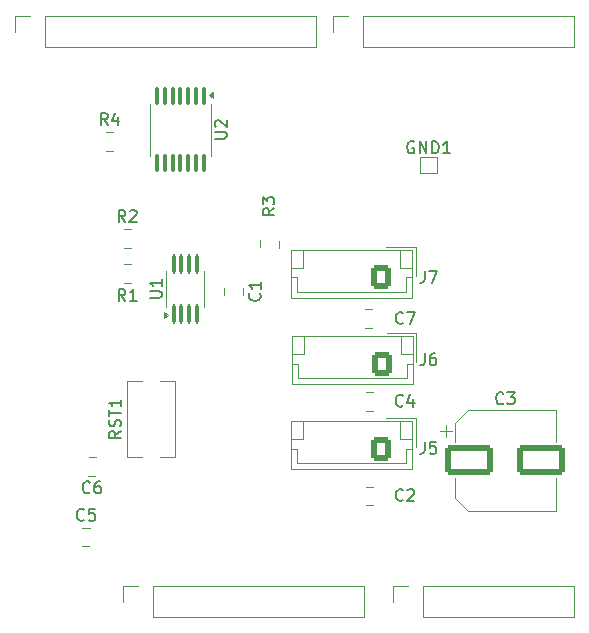
<source format=gto>
G04 #@! TF.GenerationSoftware,KiCad,Pcbnew,8.0.7-8.0.7-0~ubuntu24.04.1*
G04 #@! TF.CreationDate,2025-01-16T01:19:07-05:00*
G04 #@! TF.ProjectId,tophat,746f7068-6174-42e6-9b69-6361645f7063,rev?*
G04 #@! TF.SameCoordinates,Original*
G04 #@! TF.FileFunction,Legend,Top*
G04 #@! TF.FilePolarity,Positive*
%FSLAX46Y46*%
G04 Gerber Fmt 4.6, Leading zero omitted, Abs format (unit mm)*
G04 Created by KiCad (PCBNEW 8.0.7-8.0.7-0~ubuntu24.04.1) date 2025-01-16 01:19:07*
%MOMM*%
%LPD*%
G01*
G04 APERTURE LIST*
G04 Aperture macros list*
%AMRoundRect*
0 Rectangle with rounded corners*
0 $1 Rounding radius*
0 $2 $3 $4 $5 $6 $7 $8 $9 X,Y pos of 4 corners*
0 Add a 4 corners polygon primitive as box body*
4,1,4,$2,$3,$4,$5,$6,$7,$8,$9,$2,$3,0*
0 Add four circle primitives for the rounded corners*
1,1,$1+$1,$2,$3*
1,1,$1+$1,$4,$5*
1,1,$1+$1,$6,$7*
1,1,$1+$1,$8,$9*
0 Add four rect primitives between the rounded corners*
20,1,$1+$1,$2,$3,$4,$5,0*
20,1,$1+$1,$4,$5,$6,$7,0*
20,1,$1+$1,$6,$7,$8,$9,0*
20,1,$1+$1,$8,$9,$2,$3,0*%
G04 Aperture macros list end*
%ADD10C,0.150000*%
%ADD11C,0.120000*%
%ADD12RoundRect,0.100000X0.100000X-0.712500X0.100000X0.712500X-0.100000X0.712500X-0.100000X-0.712500X0*%
%ADD13R,1.700000X1.700000*%
%ADD14O,1.700000X1.700000*%
%ADD15RoundRect,0.100000X-0.100000X0.637500X-0.100000X-0.637500X0.100000X-0.637500X0.100000X0.637500X0*%
%ADD16R,1.200000X1.200000*%
%ADD17RoundRect,0.250000X0.600000X0.725000X-0.600000X0.725000X-0.600000X-0.725000X0.600000X-0.725000X0*%
%ADD18O,1.700000X1.950000*%
%ADD19R,1.000000X1.000000*%
%ADD20C,3.200000*%
%ADD21RoundRect,0.250000X-1.750000X-1.000000X1.750000X-1.000000X1.750000X1.000000X-1.750000X1.000000X0*%
%ADD22R,1.000000X1.250000*%
G04 APERTURE END LIST*
D10*
X128901132Y-71761904D02*
X129710655Y-71761904D01*
X129710655Y-71761904D02*
X129805893Y-71714285D01*
X129805893Y-71714285D02*
X129853513Y-71666666D01*
X129853513Y-71666666D02*
X129901132Y-71571428D01*
X129901132Y-71571428D02*
X129901132Y-71380952D01*
X129901132Y-71380952D02*
X129853513Y-71285714D01*
X129853513Y-71285714D02*
X129805893Y-71238095D01*
X129805893Y-71238095D02*
X129710655Y-71190476D01*
X129710655Y-71190476D02*
X128901132Y-71190476D01*
X129901132Y-70190476D02*
X129901132Y-70761904D01*
X129901132Y-70476190D02*
X128901132Y-70476190D01*
X128901132Y-70476190D02*
X129043989Y-70571428D01*
X129043989Y-70571428D02*
X129139227Y-70666666D01*
X129139227Y-70666666D02*
X129186846Y-70761904D01*
X134404819Y-58261904D02*
X135214342Y-58261904D01*
X135214342Y-58261904D02*
X135309580Y-58214285D01*
X135309580Y-58214285D02*
X135357200Y-58166666D01*
X135357200Y-58166666D02*
X135404819Y-58071428D01*
X135404819Y-58071428D02*
X135404819Y-57880952D01*
X135404819Y-57880952D02*
X135357200Y-57785714D01*
X135357200Y-57785714D02*
X135309580Y-57738095D01*
X135309580Y-57738095D02*
X135214342Y-57690476D01*
X135214342Y-57690476D02*
X134404819Y-57690476D01*
X134500057Y-57261904D02*
X134452438Y-57214285D01*
X134452438Y-57214285D02*
X134404819Y-57119047D01*
X134404819Y-57119047D02*
X134404819Y-56880952D01*
X134404819Y-56880952D02*
X134452438Y-56785714D01*
X134452438Y-56785714D02*
X134500057Y-56738095D01*
X134500057Y-56738095D02*
X134595295Y-56690476D01*
X134595295Y-56690476D02*
X134690533Y-56690476D01*
X134690533Y-56690476D02*
X134833390Y-56738095D01*
X134833390Y-56738095D02*
X135404819Y-57309523D01*
X135404819Y-57309523D02*
X135404819Y-56690476D01*
X139454819Y-64166666D02*
X138978628Y-64499999D01*
X139454819Y-64738094D02*
X138454819Y-64738094D01*
X138454819Y-64738094D02*
X138454819Y-64357142D01*
X138454819Y-64357142D02*
X138502438Y-64261904D01*
X138502438Y-64261904D02*
X138550057Y-64214285D01*
X138550057Y-64214285D02*
X138645295Y-64166666D01*
X138645295Y-64166666D02*
X138788152Y-64166666D01*
X138788152Y-64166666D02*
X138883390Y-64214285D01*
X138883390Y-64214285D02*
X138931009Y-64261904D01*
X138931009Y-64261904D02*
X138978628Y-64357142D01*
X138978628Y-64357142D02*
X138978628Y-64738094D01*
X138454819Y-63833332D02*
X138454819Y-63214285D01*
X138454819Y-63214285D02*
X138835771Y-63547618D01*
X138835771Y-63547618D02*
X138835771Y-63404761D01*
X138835771Y-63404761D02*
X138883390Y-63309523D01*
X138883390Y-63309523D02*
X138931009Y-63261904D01*
X138931009Y-63261904D02*
X139026247Y-63214285D01*
X139026247Y-63214285D02*
X139264342Y-63214285D01*
X139264342Y-63214285D02*
X139359580Y-63261904D01*
X139359580Y-63261904D02*
X139407200Y-63309523D01*
X139407200Y-63309523D02*
X139454819Y-63404761D01*
X139454819Y-63404761D02*
X139454819Y-63690475D01*
X139454819Y-63690475D02*
X139407200Y-63785713D01*
X139407200Y-63785713D02*
X139359580Y-63833332D01*
X123333333Y-90519580D02*
X123285714Y-90567200D01*
X123285714Y-90567200D02*
X123142857Y-90614819D01*
X123142857Y-90614819D02*
X123047619Y-90614819D01*
X123047619Y-90614819D02*
X122904762Y-90567200D01*
X122904762Y-90567200D02*
X122809524Y-90471961D01*
X122809524Y-90471961D02*
X122761905Y-90376723D01*
X122761905Y-90376723D02*
X122714286Y-90186247D01*
X122714286Y-90186247D02*
X122714286Y-90043390D01*
X122714286Y-90043390D02*
X122761905Y-89852914D01*
X122761905Y-89852914D02*
X122809524Y-89757676D01*
X122809524Y-89757676D02*
X122904762Y-89662438D01*
X122904762Y-89662438D02*
X123047619Y-89614819D01*
X123047619Y-89614819D02*
X123142857Y-89614819D01*
X123142857Y-89614819D02*
X123285714Y-89662438D01*
X123285714Y-89662438D02*
X123333333Y-89710057D01*
X124238095Y-89614819D02*
X123761905Y-89614819D01*
X123761905Y-89614819D02*
X123714286Y-90091009D01*
X123714286Y-90091009D02*
X123761905Y-90043390D01*
X123761905Y-90043390D02*
X123857143Y-89995771D01*
X123857143Y-89995771D02*
X124095238Y-89995771D01*
X124095238Y-89995771D02*
X124190476Y-90043390D01*
X124190476Y-90043390D02*
X124238095Y-90091009D01*
X124238095Y-90091009D02*
X124285714Y-90186247D01*
X124285714Y-90186247D02*
X124285714Y-90424342D01*
X124285714Y-90424342D02*
X124238095Y-90519580D01*
X124238095Y-90519580D02*
X124190476Y-90567200D01*
X124190476Y-90567200D02*
X124095238Y-90614819D01*
X124095238Y-90614819D02*
X123857143Y-90614819D01*
X123857143Y-90614819D02*
X123761905Y-90567200D01*
X123761905Y-90567200D02*
X123714286Y-90519580D01*
X152166666Y-69454819D02*
X152166666Y-70169104D01*
X152166666Y-70169104D02*
X152119047Y-70311961D01*
X152119047Y-70311961D02*
X152023809Y-70407200D01*
X152023809Y-70407200D02*
X151880952Y-70454819D01*
X151880952Y-70454819D02*
X151785714Y-70454819D01*
X152547619Y-69454819D02*
X153214285Y-69454819D01*
X153214285Y-69454819D02*
X152785714Y-70454819D01*
X126833333Y-71998483D02*
X126500000Y-71522292D01*
X126261905Y-71998483D02*
X126261905Y-70998483D01*
X126261905Y-70998483D02*
X126642857Y-70998483D01*
X126642857Y-70998483D02*
X126738095Y-71046102D01*
X126738095Y-71046102D02*
X126785714Y-71093721D01*
X126785714Y-71093721D02*
X126833333Y-71188959D01*
X126833333Y-71188959D02*
X126833333Y-71331816D01*
X126833333Y-71331816D02*
X126785714Y-71427054D01*
X126785714Y-71427054D02*
X126738095Y-71474673D01*
X126738095Y-71474673D02*
X126642857Y-71522292D01*
X126642857Y-71522292D02*
X126261905Y-71522292D01*
X127785714Y-71998483D02*
X127214286Y-71998483D01*
X127500000Y-71998483D02*
X127500000Y-70998483D01*
X127500000Y-70998483D02*
X127404762Y-71141340D01*
X127404762Y-71141340D02*
X127309524Y-71236578D01*
X127309524Y-71236578D02*
X127214286Y-71284197D01*
X150333333Y-88859580D02*
X150285714Y-88907200D01*
X150285714Y-88907200D02*
X150142857Y-88954819D01*
X150142857Y-88954819D02*
X150047619Y-88954819D01*
X150047619Y-88954819D02*
X149904762Y-88907200D01*
X149904762Y-88907200D02*
X149809524Y-88811961D01*
X149809524Y-88811961D02*
X149761905Y-88716723D01*
X149761905Y-88716723D02*
X149714286Y-88526247D01*
X149714286Y-88526247D02*
X149714286Y-88383390D01*
X149714286Y-88383390D02*
X149761905Y-88192914D01*
X149761905Y-88192914D02*
X149809524Y-88097676D01*
X149809524Y-88097676D02*
X149904762Y-88002438D01*
X149904762Y-88002438D02*
X150047619Y-87954819D01*
X150047619Y-87954819D02*
X150142857Y-87954819D01*
X150142857Y-87954819D02*
X150285714Y-88002438D01*
X150285714Y-88002438D02*
X150333333Y-88050057D01*
X150714286Y-88050057D02*
X150761905Y-88002438D01*
X150761905Y-88002438D02*
X150857143Y-87954819D01*
X150857143Y-87954819D02*
X151095238Y-87954819D01*
X151095238Y-87954819D02*
X151190476Y-88002438D01*
X151190476Y-88002438D02*
X151238095Y-88050057D01*
X151238095Y-88050057D02*
X151285714Y-88145295D01*
X151285714Y-88145295D02*
X151285714Y-88240533D01*
X151285714Y-88240533D02*
X151238095Y-88383390D01*
X151238095Y-88383390D02*
X150666667Y-88954819D01*
X150666667Y-88954819D02*
X151285714Y-88954819D01*
X151261904Y-58554438D02*
X151166666Y-58506819D01*
X151166666Y-58506819D02*
X151023809Y-58506819D01*
X151023809Y-58506819D02*
X150880952Y-58554438D01*
X150880952Y-58554438D02*
X150785714Y-58649676D01*
X150785714Y-58649676D02*
X150738095Y-58744914D01*
X150738095Y-58744914D02*
X150690476Y-58935390D01*
X150690476Y-58935390D02*
X150690476Y-59078247D01*
X150690476Y-59078247D02*
X150738095Y-59268723D01*
X150738095Y-59268723D02*
X150785714Y-59363961D01*
X150785714Y-59363961D02*
X150880952Y-59459200D01*
X150880952Y-59459200D02*
X151023809Y-59506819D01*
X151023809Y-59506819D02*
X151119047Y-59506819D01*
X151119047Y-59506819D02*
X151261904Y-59459200D01*
X151261904Y-59459200D02*
X151309523Y-59411580D01*
X151309523Y-59411580D02*
X151309523Y-59078247D01*
X151309523Y-59078247D02*
X151119047Y-59078247D01*
X151738095Y-59506819D02*
X151738095Y-58506819D01*
X151738095Y-58506819D02*
X152309523Y-59506819D01*
X152309523Y-59506819D02*
X152309523Y-58506819D01*
X152785714Y-59506819D02*
X152785714Y-58506819D01*
X152785714Y-58506819D02*
X153023809Y-58506819D01*
X153023809Y-58506819D02*
X153166666Y-58554438D01*
X153166666Y-58554438D02*
X153261904Y-58649676D01*
X153261904Y-58649676D02*
X153309523Y-58744914D01*
X153309523Y-58744914D02*
X153357142Y-58935390D01*
X153357142Y-58935390D02*
X153357142Y-59078247D01*
X153357142Y-59078247D02*
X153309523Y-59268723D01*
X153309523Y-59268723D02*
X153261904Y-59363961D01*
X153261904Y-59363961D02*
X153166666Y-59459200D01*
X153166666Y-59459200D02*
X153023809Y-59506819D01*
X153023809Y-59506819D02*
X152785714Y-59506819D01*
X154309523Y-59506819D02*
X153738095Y-59506819D01*
X154023809Y-59506819D02*
X154023809Y-58506819D01*
X154023809Y-58506819D02*
X153928571Y-58649676D01*
X153928571Y-58649676D02*
X153833333Y-58744914D01*
X153833333Y-58744914D02*
X153738095Y-58792533D01*
X158833333Y-80659580D02*
X158785714Y-80707200D01*
X158785714Y-80707200D02*
X158642857Y-80754819D01*
X158642857Y-80754819D02*
X158547619Y-80754819D01*
X158547619Y-80754819D02*
X158404762Y-80707200D01*
X158404762Y-80707200D02*
X158309524Y-80611961D01*
X158309524Y-80611961D02*
X158261905Y-80516723D01*
X158261905Y-80516723D02*
X158214286Y-80326247D01*
X158214286Y-80326247D02*
X158214286Y-80183390D01*
X158214286Y-80183390D02*
X158261905Y-79992914D01*
X158261905Y-79992914D02*
X158309524Y-79897676D01*
X158309524Y-79897676D02*
X158404762Y-79802438D01*
X158404762Y-79802438D02*
X158547619Y-79754819D01*
X158547619Y-79754819D02*
X158642857Y-79754819D01*
X158642857Y-79754819D02*
X158785714Y-79802438D01*
X158785714Y-79802438D02*
X158833333Y-79850057D01*
X159166667Y-79754819D02*
X159785714Y-79754819D01*
X159785714Y-79754819D02*
X159452381Y-80135771D01*
X159452381Y-80135771D02*
X159595238Y-80135771D01*
X159595238Y-80135771D02*
X159690476Y-80183390D01*
X159690476Y-80183390D02*
X159738095Y-80231009D01*
X159738095Y-80231009D02*
X159785714Y-80326247D01*
X159785714Y-80326247D02*
X159785714Y-80564342D01*
X159785714Y-80564342D02*
X159738095Y-80659580D01*
X159738095Y-80659580D02*
X159690476Y-80707200D01*
X159690476Y-80707200D02*
X159595238Y-80754819D01*
X159595238Y-80754819D02*
X159309524Y-80754819D01*
X159309524Y-80754819D02*
X159214286Y-80707200D01*
X159214286Y-80707200D02*
X159166667Y-80659580D01*
X152166666Y-83954819D02*
X152166666Y-84669104D01*
X152166666Y-84669104D02*
X152119047Y-84811961D01*
X152119047Y-84811961D02*
X152023809Y-84907200D01*
X152023809Y-84907200D02*
X151880952Y-84954819D01*
X151880952Y-84954819D02*
X151785714Y-84954819D01*
X153119047Y-83954819D02*
X152642857Y-83954819D01*
X152642857Y-83954819D02*
X152595238Y-84431009D01*
X152595238Y-84431009D02*
X152642857Y-84383390D01*
X152642857Y-84383390D02*
X152738095Y-84335771D01*
X152738095Y-84335771D02*
X152976190Y-84335771D01*
X152976190Y-84335771D02*
X153071428Y-84383390D01*
X153071428Y-84383390D02*
X153119047Y-84431009D01*
X153119047Y-84431009D02*
X153166666Y-84526247D01*
X153166666Y-84526247D02*
X153166666Y-84764342D01*
X153166666Y-84764342D02*
X153119047Y-84859580D01*
X153119047Y-84859580D02*
X153071428Y-84907200D01*
X153071428Y-84907200D02*
X152976190Y-84954819D01*
X152976190Y-84954819D02*
X152738095Y-84954819D01*
X152738095Y-84954819D02*
X152642857Y-84907200D01*
X152642857Y-84907200D02*
X152595238Y-84859580D01*
X138199580Y-71370330D02*
X138247200Y-71417949D01*
X138247200Y-71417949D02*
X138294819Y-71560806D01*
X138294819Y-71560806D02*
X138294819Y-71656044D01*
X138294819Y-71656044D02*
X138247200Y-71798901D01*
X138247200Y-71798901D02*
X138151961Y-71894139D01*
X138151961Y-71894139D02*
X138056723Y-71941758D01*
X138056723Y-71941758D02*
X137866247Y-71989377D01*
X137866247Y-71989377D02*
X137723390Y-71989377D01*
X137723390Y-71989377D02*
X137532914Y-71941758D01*
X137532914Y-71941758D02*
X137437676Y-71894139D01*
X137437676Y-71894139D02*
X137342438Y-71798901D01*
X137342438Y-71798901D02*
X137294819Y-71656044D01*
X137294819Y-71656044D02*
X137294819Y-71560806D01*
X137294819Y-71560806D02*
X137342438Y-71417949D01*
X137342438Y-71417949D02*
X137390057Y-71370330D01*
X138294819Y-70417949D02*
X138294819Y-70989377D01*
X138294819Y-70703663D02*
X137294819Y-70703663D01*
X137294819Y-70703663D02*
X137437676Y-70798901D01*
X137437676Y-70798901D02*
X137532914Y-70894139D01*
X137532914Y-70894139D02*
X137580533Y-70989377D01*
X126454819Y-83023809D02*
X125978628Y-83357142D01*
X126454819Y-83595237D02*
X125454819Y-83595237D01*
X125454819Y-83595237D02*
X125454819Y-83214285D01*
X125454819Y-83214285D02*
X125502438Y-83119047D01*
X125502438Y-83119047D02*
X125550057Y-83071428D01*
X125550057Y-83071428D02*
X125645295Y-83023809D01*
X125645295Y-83023809D02*
X125788152Y-83023809D01*
X125788152Y-83023809D02*
X125883390Y-83071428D01*
X125883390Y-83071428D02*
X125931009Y-83119047D01*
X125931009Y-83119047D02*
X125978628Y-83214285D01*
X125978628Y-83214285D02*
X125978628Y-83595237D01*
X126407200Y-82642856D02*
X126454819Y-82499999D01*
X126454819Y-82499999D02*
X126454819Y-82261904D01*
X126454819Y-82261904D02*
X126407200Y-82166666D01*
X126407200Y-82166666D02*
X126359580Y-82119047D01*
X126359580Y-82119047D02*
X126264342Y-82071428D01*
X126264342Y-82071428D02*
X126169104Y-82071428D01*
X126169104Y-82071428D02*
X126073866Y-82119047D01*
X126073866Y-82119047D02*
X126026247Y-82166666D01*
X126026247Y-82166666D02*
X125978628Y-82261904D01*
X125978628Y-82261904D02*
X125931009Y-82452380D01*
X125931009Y-82452380D02*
X125883390Y-82547618D01*
X125883390Y-82547618D02*
X125835771Y-82595237D01*
X125835771Y-82595237D02*
X125740533Y-82642856D01*
X125740533Y-82642856D02*
X125645295Y-82642856D01*
X125645295Y-82642856D02*
X125550057Y-82595237D01*
X125550057Y-82595237D02*
X125502438Y-82547618D01*
X125502438Y-82547618D02*
X125454819Y-82452380D01*
X125454819Y-82452380D02*
X125454819Y-82214285D01*
X125454819Y-82214285D02*
X125502438Y-82071428D01*
X125454819Y-81785713D02*
X125454819Y-81214285D01*
X126454819Y-81499999D02*
X125454819Y-81499999D01*
X126454819Y-80357142D02*
X126454819Y-80928570D01*
X126454819Y-80642856D02*
X125454819Y-80642856D01*
X125454819Y-80642856D02*
X125597676Y-80738094D01*
X125597676Y-80738094D02*
X125692914Y-80833332D01*
X125692914Y-80833332D02*
X125740533Y-80928570D01*
X125333333Y-57114819D02*
X125000000Y-56638628D01*
X124761905Y-57114819D02*
X124761905Y-56114819D01*
X124761905Y-56114819D02*
X125142857Y-56114819D01*
X125142857Y-56114819D02*
X125238095Y-56162438D01*
X125238095Y-56162438D02*
X125285714Y-56210057D01*
X125285714Y-56210057D02*
X125333333Y-56305295D01*
X125333333Y-56305295D02*
X125333333Y-56448152D01*
X125333333Y-56448152D02*
X125285714Y-56543390D01*
X125285714Y-56543390D02*
X125238095Y-56591009D01*
X125238095Y-56591009D02*
X125142857Y-56638628D01*
X125142857Y-56638628D02*
X124761905Y-56638628D01*
X126190476Y-56448152D02*
X126190476Y-57114819D01*
X125952381Y-56067200D02*
X125714286Y-56781485D01*
X125714286Y-56781485D02*
X126333333Y-56781485D01*
X150333333Y-80859580D02*
X150285714Y-80907200D01*
X150285714Y-80907200D02*
X150142857Y-80954819D01*
X150142857Y-80954819D02*
X150047619Y-80954819D01*
X150047619Y-80954819D02*
X149904762Y-80907200D01*
X149904762Y-80907200D02*
X149809524Y-80811961D01*
X149809524Y-80811961D02*
X149761905Y-80716723D01*
X149761905Y-80716723D02*
X149714286Y-80526247D01*
X149714286Y-80526247D02*
X149714286Y-80383390D01*
X149714286Y-80383390D02*
X149761905Y-80192914D01*
X149761905Y-80192914D02*
X149809524Y-80097676D01*
X149809524Y-80097676D02*
X149904762Y-80002438D01*
X149904762Y-80002438D02*
X150047619Y-79954819D01*
X150047619Y-79954819D02*
X150142857Y-79954819D01*
X150142857Y-79954819D02*
X150285714Y-80002438D01*
X150285714Y-80002438D02*
X150333333Y-80050057D01*
X151190476Y-80288152D02*
X151190476Y-80954819D01*
X150952381Y-79907200D02*
X150714286Y-80621485D01*
X150714286Y-80621485D02*
X151333333Y-80621485D01*
X150333333Y-73859580D02*
X150285714Y-73907200D01*
X150285714Y-73907200D02*
X150142857Y-73954819D01*
X150142857Y-73954819D02*
X150047619Y-73954819D01*
X150047619Y-73954819D02*
X149904762Y-73907200D01*
X149904762Y-73907200D02*
X149809524Y-73811961D01*
X149809524Y-73811961D02*
X149761905Y-73716723D01*
X149761905Y-73716723D02*
X149714286Y-73526247D01*
X149714286Y-73526247D02*
X149714286Y-73383390D01*
X149714286Y-73383390D02*
X149761905Y-73192914D01*
X149761905Y-73192914D02*
X149809524Y-73097676D01*
X149809524Y-73097676D02*
X149904762Y-73002438D01*
X149904762Y-73002438D02*
X150047619Y-72954819D01*
X150047619Y-72954819D02*
X150142857Y-72954819D01*
X150142857Y-72954819D02*
X150285714Y-73002438D01*
X150285714Y-73002438D02*
X150333333Y-73050057D01*
X150666667Y-72954819D02*
X151333333Y-72954819D01*
X151333333Y-72954819D02*
X150904762Y-73954819D01*
X152166666Y-76454819D02*
X152166666Y-77169104D01*
X152166666Y-77169104D02*
X152119047Y-77311961D01*
X152119047Y-77311961D02*
X152023809Y-77407200D01*
X152023809Y-77407200D02*
X151880952Y-77454819D01*
X151880952Y-77454819D02*
X151785714Y-77454819D01*
X153071428Y-76454819D02*
X152880952Y-76454819D01*
X152880952Y-76454819D02*
X152785714Y-76502438D01*
X152785714Y-76502438D02*
X152738095Y-76550057D01*
X152738095Y-76550057D02*
X152642857Y-76692914D01*
X152642857Y-76692914D02*
X152595238Y-76883390D01*
X152595238Y-76883390D02*
X152595238Y-77264342D01*
X152595238Y-77264342D02*
X152642857Y-77359580D01*
X152642857Y-77359580D02*
X152690476Y-77407200D01*
X152690476Y-77407200D02*
X152785714Y-77454819D01*
X152785714Y-77454819D02*
X152976190Y-77454819D01*
X152976190Y-77454819D02*
X153071428Y-77407200D01*
X153071428Y-77407200D02*
X153119047Y-77359580D01*
X153119047Y-77359580D02*
X153166666Y-77264342D01*
X153166666Y-77264342D02*
X153166666Y-77026247D01*
X153166666Y-77026247D02*
X153119047Y-76931009D01*
X153119047Y-76931009D02*
X153071428Y-76883390D01*
X153071428Y-76883390D02*
X152976190Y-76835771D01*
X152976190Y-76835771D02*
X152785714Y-76835771D01*
X152785714Y-76835771D02*
X152690476Y-76883390D01*
X152690476Y-76883390D02*
X152642857Y-76931009D01*
X152642857Y-76931009D02*
X152595238Y-77026247D01*
X126833333Y-65318483D02*
X126500000Y-64842292D01*
X126261905Y-65318483D02*
X126261905Y-64318483D01*
X126261905Y-64318483D02*
X126642857Y-64318483D01*
X126642857Y-64318483D02*
X126738095Y-64366102D01*
X126738095Y-64366102D02*
X126785714Y-64413721D01*
X126785714Y-64413721D02*
X126833333Y-64508959D01*
X126833333Y-64508959D02*
X126833333Y-64651816D01*
X126833333Y-64651816D02*
X126785714Y-64747054D01*
X126785714Y-64747054D02*
X126738095Y-64794673D01*
X126738095Y-64794673D02*
X126642857Y-64842292D01*
X126642857Y-64842292D02*
X126261905Y-64842292D01*
X127214286Y-64413721D02*
X127261905Y-64366102D01*
X127261905Y-64366102D02*
X127357143Y-64318483D01*
X127357143Y-64318483D02*
X127595238Y-64318483D01*
X127595238Y-64318483D02*
X127690476Y-64366102D01*
X127690476Y-64366102D02*
X127738095Y-64413721D01*
X127738095Y-64413721D02*
X127785714Y-64508959D01*
X127785714Y-64508959D02*
X127785714Y-64604197D01*
X127785714Y-64604197D02*
X127738095Y-64747054D01*
X127738095Y-64747054D02*
X127166667Y-65318483D01*
X127166667Y-65318483D02*
X127785714Y-65318483D01*
X123833333Y-88199580D02*
X123785714Y-88247200D01*
X123785714Y-88247200D02*
X123642857Y-88294819D01*
X123642857Y-88294819D02*
X123547619Y-88294819D01*
X123547619Y-88294819D02*
X123404762Y-88247200D01*
X123404762Y-88247200D02*
X123309524Y-88151961D01*
X123309524Y-88151961D02*
X123261905Y-88056723D01*
X123261905Y-88056723D02*
X123214286Y-87866247D01*
X123214286Y-87866247D02*
X123214286Y-87723390D01*
X123214286Y-87723390D02*
X123261905Y-87532914D01*
X123261905Y-87532914D02*
X123309524Y-87437676D01*
X123309524Y-87437676D02*
X123404762Y-87342438D01*
X123404762Y-87342438D02*
X123547619Y-87294819D01*
X123547619Y-87294819D02*
X123642857Y-87294819D01*
X123642857Y-87294819D02*
X123785714Y-87342438D01*
X123785714Y-87342438D02*
X123833333Y-87390057D01*
X124690476Y-87294819D02*
X124500000Y-87294819D01*
X124500000Y-87294819D02*
X124404762Y-87342438D01*
X124404762Y-87342438D02*
X124357143Y-87390057D01*
X124357143Y-87390057D02*
X124261905Y-87532914D01*
X124261905Y-87532914D02*
X124214286Y-87723390D01*
X124214286Y-87723390D02*
X124214286Y-88104342D01*
X124214286Y-88104342D02*
X124261905Y-88199580D01*
X124261905Y-88199580D02*
X124309524Y-88247200D01*
X124309524Y-88247200D02*
X124404762Y-88294819D01*
X124404762Y-88294819D02*
X124595238Y-88294819D01*
X124595238Y-88294819D02*
X124690476Y-88247200D01*
X124690476Y-88247200D02*
X124738095Y-88199580D01*
X124738095Y-88199580D02*
X124785714Y-88104342D01*
X124785714Y-88104342D02*
X124785714Y-87866247D01*
X124785714Y-87866247D02*
X124738095Y-87771009D01*
X124738095Y-87771009D02*
X124690476Y-87723390D01*
X124690476Y-87723390D02*
X124595238Y-87675771D01*
X124595238Y-87675771D02*
X124404762Y-87675771D01*
X124404762Y-87675771D02*
X124309524Y-87723390D01*
X124309524Y-87723390D02*
X124261905Y-87771009D01*
X124261905Y-87771009D02*
X124214286Y-87866247D01*
D11*
X130286313Y-71000000D02*
X130286313Y-72500000D01*
X130286313Y-71000000D02*
X130286313Y-69500000D01*
X133506313Y-71000000D02*
X133506313Y-72500000D01*
X133506313Y-71000000D02*
X133506313Y-69500000D01*
X130461313Y-73212500D02*
X130131313Y-73452500D01*
X130131313Y-72972500D01*
X130461313Y-73212500D01*
G36*
X130461313Y-73212500D02*
G01*
X130131313Y-73452500D01*
X130131313Y-72972500D01*
X130461313Y-73212500D01*
G37*
X126610000Y-96130000D02*
X127940000Y-96130000D01*
X126610000Y-97460000D02*
X126610000Y-96130000D01*
X129210000Y-96130000D02*
X147050000Y-96130000D01*
X129210000Y-98790000D02*
X129210000Y-96130000D01*
X129210000Y-98790000D02*
X147050000Y-98790000D01*
X147050000Y-98790000D02*
X147050000Y-96130000D01*
X149470000Y-96130000D02*
X150800000Y-96130000D01*
X149470000Y-97460000D02*
X149470000Y-96130000D01*
X152070000Y-96130000D02*
X164830000Y-96130000D01*
X152070000Y-98790000D02*
X152070000Y-96130000D01*
X152070000Y-98790000D02*
X164830000Y-98790000D01*
X164830000Y-98790000D02*
X164830000Y-96130000D01*
X117466000Y-47870000D02*
X118796000Y-47870000D01*
X117466000Y-49200000D02*
X117466000Y-47870000D01*
X120066000Y-47870000D02*
X142986000Y-47870000D01*
X120066000Y-50530000D02*
X120066000Y-47870000D01*
X120066000Y-50530000D02*
X142986000Y-50530000D01*
X142986000Y-50530000D02*
X142986000Y-47870000D01*
X144390000Y-47870000D02*
X145720000Y-47870000D01*
X144390000Y-49200000D02*
X144390000Y-47870000D01*
X146990000Y-47870000D02*
X164830000Y-47870000D01*
X146990000Y-50530000D02*
X146990000Y-47870000D01*
X146990000Y-50530000D02*
X164830000Y-50530000D01*
X164830000Y-50530000D02*
X164830000Y-47870000D01*
X128890000Y-57500000D02*
X128890000Y-55300000D01*
X128890000Y-57500000D02*
X128890000Y-59700000D01*
X134110000Y-57500000D02*
X134110000Y-55300000D01*
X134110000Y-57500000D02*
X134110000Y-59700000D01*
X134240000Y-54840000D02*
X133910000Y-54600000D01*
X134240000Y-54360000D01*
X134240000Y-54840000D01*
G36*
X134240000Y-54840000D02*
G01*
X133910000Y-54600000D01*
X134240000Y-54360000D01*
X134240000Y-54840000D01*
G37*
X138200000Y-66883664D02*
X138200000Y-67483664D01*
X139800000Y-66903664D02*
X139800000Y-67503664D01*
X123180000Y-92800000D02*
X123780000Y-92800000D01*
X123200000Y-91200000D02*
X123800000Y-91200000D01*
X140890000Y-67715000D02*
X140890000Y-71735000D01*
X140890000Y-69215000D02*
X141890000Y-69215000D01*
X140890000Y-71735000D02*
X151110000Y-71735000D01*
X141390000Y-70025000D02*
X140890000Y-70025000D01*
X141390000Y-71235000D02*
X141390000Y-70025000D01*
X141890000Y-69215000D02*
X141890000Y-67715000D01*
X150110000Y-69215000D02*
X150110000Y-67715000D01*
X150610000Y-70025000D02*
X150610000Y-71235000D01*
X150610000Y-71235000D02*
X141390000Y-71235000D01*
X151110000Y-67715000D02*
X140890000Y-67715000D01*
X151110000Y-69215000D02*
X150110000Y-69215000D01*
X151110000Y-70025000D02*
X150610000Y-70025000D01*
X151110000Y-71735000D02*
X151110000Y-67715000D01*
X151410000Y-67415000D02*
X148910000Y-67415000D01*
X151410000Y-69915000D02*
X151410000Y-67415000D01*
X127300000Y-70503664D02*
X126700000Y-70503664D01*
X127320000Y-68903664D02*
X126720000Y-68903664D01*
X147180000Y-89325000D02*
X147780000Y-89325000D01*
X147200000Y-87725000D02*
X147800000Y-87725000D01*
X151800000Y-59800000D02*
X153200000Y-59800000D01*
X151800000Y-61200000D02*
X151800000Y-59800000D01*
X153200000Y-59800000D02*
X153200000Y-61200000D01*
X153200000Y-61200000D02*
X151800000Y-61200000D01*
X153500000Y-82990000D02*
X154500000Y-82990000D01*
X154000000Y-82490000D02*
X154000000Y-83490000D01*
X154740000Y-82304437D02*
X154740000Y-83990000D01*
X154740000Y-82304437D02*
X155804437Y-81240000D01*
X154740000Y-88695563D02*
X154740000Y-87010000D01*
X154740000Y-88695563D02*
X155804437Y-89760000D01*
X155804437Y-81240000D02*
X163260000Y-81240000D01*
X155804437Y-89760000D02*
X163260000Y-89760000D01*
X163260000Y-81240000D02*
X163260000Y-83990000D01*
X163260000Y-89760000D02*
X163260000Y-87010000D01*
X140890000Y-82215000D02*
X140890000Y-86235000D01*
X140890000Y-83715000D02*
X141890000Y-83715000D01*
X140890000Y-86235000D02*
X151110000Y-86235000D01*
X141390000Y-84525000D02*
X140890000Y-84525000D01*
X141390000Y-85735000D02*
X141390000Y-84525000D01*
X141890000Y-83715000D02*
X141890000Y-82215000D01*
X150110000Y-83715000D02*
X150110000Y-82215000D01*
X150610000Y-84525000D02*
X150610000Y-85735000D01*
X150610000Y-85735000D02*
X141390000Y-85735000D01*
X151110000Y-82215000D02*
X140890000Y-82215000D01*
X151110000Y-83715000D02*
X150110000Y-83715000D01*
X151110000Y-84525000D02*
X150610000Y-84525000D01*
X151110000Y-86235000D02*
X151110000Y-82215000D01*
X151410000Y-81915000D02*
X148910000Y-81915000D01*
X151410000Y-84415000D02*
X151410000Y-81915000D01*
X135200000Y-70883664D02*
X135200000Y-71483664D01*
X136800000Y-70903664D02*
X136800000Y-71503664D01*
X127000000Y-78800000D02*
X127000000Y-85200000D01*
X127000000Y-85200000D02*
X128200000Y-85200000D01*
X128200000Y-78800000D02*
X127000000Y-78800000D01*
X129800000Y-85200000D02*
X131000000Y-85200000D01*
X131000000Y-78800000D02*
X129800000Y-78800000D01*
X131000000Y-85200000D02*
X131000000Y-78800000D01*
X125180000Y-59300000D02*
X125780000Y-59300000D01*
X125200000Y-57700000D02*
X125800000Y-57700000D01*
X147180000Y-81325000D02*
X147780000Y-81325000D01*
X147200000Y-79725000D02*
X147800000Y-79725000D01*
X147130000Y-74325000D02*
X147730000Y-74325000D01*
X147150000Y-72725000D02*
X147750000Y-72725000D01*
X140940000Y-75015000D02*
X140940000Y-79035000D01*
X140940000Y-76515000D02*
X141940000Y-76515000D01*
X140940000Y-79035000D02*
X151160000Y-79035000D01*
X141440000Y-77325000D02*
X140940000Y-77325000D01*
X141440000Y-78535000D02*
X141440000Y-77325000D01*
X141940000Y-76515000D02*
X141940000Y-75015000D01*
X150160000Y-76515000D02*
X150160000Y-75015000D01*
X150660000Y-77325000D02*
X150660000Y-78535000D01*
X150660000Y-78535000D02*
X141440000Y-78535000D01*
X151160000Y-75015000D02*
X140940000Y-75015000D01*
X151160000Y-76515000D02*
X150160000Y-76515000D01*
X151160000Y-77325000D02*
X150660000Y-77325000D01*
X151160000Y-79035000D02*
X151160000Y-75015000D01*
X151460000Y-74715000D02*
X148960000Y-74715000D01*
X151460000Y-77215000D02*
X151460000Y-74715000D01*
X126680000Y-67503664D02*
X127280000Y-67503664D01*
X126700000Y-65903664D02*
X127300000Y-65903664D01*
X124300000Y-86800000D02*
X123700000Y-86800000D01*
X124320000Y-85200000D02*
X123720000Y-85200000D01*
%LPC*%
D12*
X130921313Y-73112500D03*
X131571313Y-73112500D03*
X132221313Y-73112500D03*
X132871313Y-73112500D03*
X132871313Y-68887500D03*
X132221313Y-68887500D03*
X131571313Y-68887500D03*
X130921313Y-68887500D03*
D13*
X127940000Y-97460000D03*
D14*
X130480000Y-97460000D03*
X133020000Y-97460000D03*
X135560000Y-97460000D03*
X138100000Y-97460000D03*
X140640000Y-97460000D03*
X143180000Y-97460000D03*
X145720000Y-97460000D03*
D13*
X150800000Y-97460000D03*
D14*
X153340000Y-97460000D03*
X155880000Y-97460000D03*
X158420000Y-97460000D03*
X160960000Y-97460000D03*
X163500000Y-97460000D03*
D13*
X118796000Y-49200000D03*
D14*
X121336000Y-49200000D03*
X123876000Y-49200000D03*
X126416000Y-49200000D03*
X128956000Y-49200000D03*
X131496000Y-49200000D03*
X134036000Y-49200000D03*
X136576000Y-49200000D03*
X139116000Y-49200000D03*
X141656000Y-49200000D03*
D13*
X145720000Y-49200000D03*
D14*
X148260000Y-49200000D03*
X150800000Y-49200000D03*
X153340000Y-49200000D03*
X155880000Y-49200000D03*
X158420000Y-49200000D03*
X160960000Y-49200000D03*
X163500000Y-49200000D03*
D15*
X133450000Y-54637500D03*
X132800000Y-54637500D03*
X132150000Y-54637500D03*
X131500000Y-54637500D03*
X130850000Y-54637500D03*
X130200000Y-54637500D03*
X129550000Y-54637500D03*
X129550000Y-60362500D03*
X130200000Y-60362500D03*
X130850000Y-60362500D03*
X131500000Y-60362500D03*
X132150000Y-60362500D03*
X132800000Y-60362500D03*
X133450000Y-60362500D03*
D16*
X139000000Y-66153664D03*
X139000000Y-68253664D03*
X122450000Y-92000000D03*
X124550000Y-92000000D03*
D17*
X148500000Y-70025000D03*
D18*
X146000000Y-70025000D03*
X143500000Y-70025000D03*
D16*
X128050000Y-69703664D03*
X125950000Y-69703664D03*
X146450000Y-88525000D03*
X148550000Y-88525000D03*
D19*
X152500000Y-60500000D03*
D20*
X115240000Y-49200000D03*
D21*
X155950000Y-85500000D03*
X162050000Y-85500000D03*
D17*
X148500000Y-84525000D03*
D18*
X146000000Y-84525000D03*
X143500000Y-84525000D03*
D16*
X136000000Y-70153664D03*
X136000000Y-72253664D03*
D22*
X129000000Y-85875000D03*
X129000000Y-78125000D03*
D16*
X124450000Y-58500000D03*
X126550000Y-58500000D03*
X146450000Y-80525000D03*
X148550000Y-80525000D03*
X146400000Y-73525000D03*
X148500000Y-73525000D03*
D17*
X148550000Y-77325000D03*
D18*
X146050000Y-77325000D03*
X143550000Y-77325000D03*
D20*
X113970000Y-97460000D03*
D16*
X125950000Y-66703664D03*
X128050000Y-66703664D03*
X125050000Y-86000000D03*
X122950000Y-86000000D03*
D20*
X166040000Y-64440000D03*
X166040000Y-92380000D03*
%LPD*%
M02*

</source>
